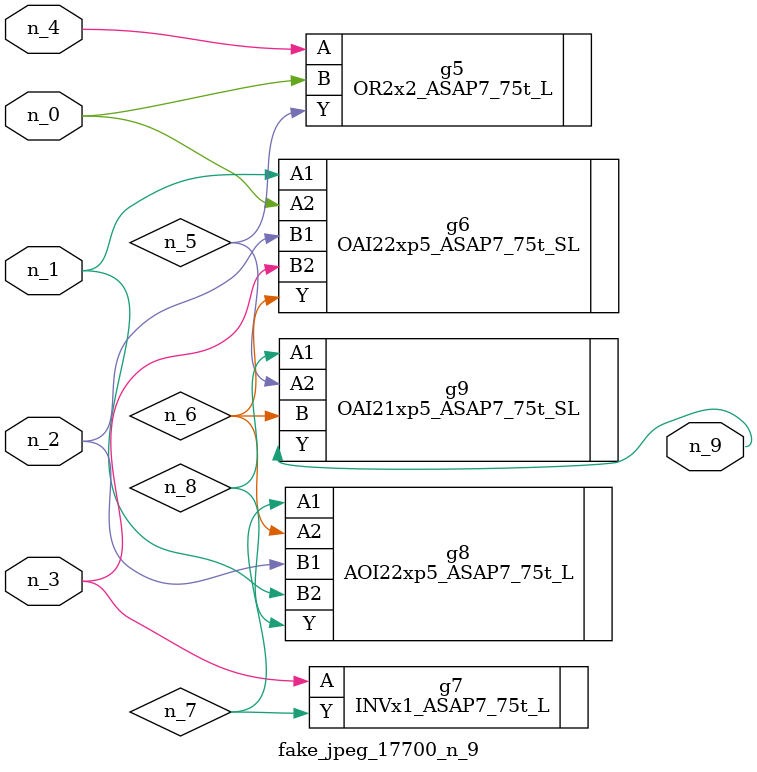
<source format=v>
module fake_jpeg_17700_n_9 (n_3, n_2, n_1, n_0, n_4, n_9);

input n_3;
input n_2;
input n_1;
input n_0;
input n_4;

output n_9;

wire n_8;
wire n_6;
wire n_5;
wire n_7;

OR2x2_ASAP7_75t_L g5 ( 
.A(n_4),
.B(n_0),
.Y(n_5)
);

OAI22xp5_ASAP7_75t_SL g6 ( 
.A1(n_1),
.A2(n_0),
.B1(n_2),
.B2(n_3),
.Y(n_6)
);

INVx1_ASAP7_75t_L g7 ( 
.A(n_3),
.Y(n_7)
);

AOI22xp5_ASAP7_75t_L g8 ( 
.A1(n_7),
.A2(n_6),
.B1(n_2),
.B2(n_1),
.Y(n_8)
);

OAI21xp5_ASAP7_75t_SL g9 ( 
.A1(n_8),
.A2(n_5),
.B(n_6),
.Y(n_9)
);


endmodule
</source>
